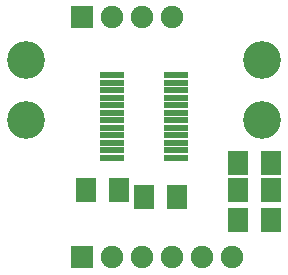
<source format=gts>
G04 DipTrace 3.0.0.2*
G04 TopMask.GTS*
%MOIN*%
G04 #@! TF.FileFunction,Soldermask,Top*
G04 #@! TF.Part,Single*
%ADD27R,0.07874X0.021654*%
%ADD29R,0.070866X0.07874*%
%ADD31C,0.074803*%
%ADD33R,0.074803X0.074803*%
%ADD35C,0.125984*%
%FSLAX26Y26*%
G04*
G70*
G90*
G75*
G01*
G04 TopMask*
%LPD*%
D35*
X470573Y1143701D3*
Y943701D3*
X1258073Y1143701D3*
Y943701D3*
D33*
X658073Y487451D3*
D31*
X758073D3*
X858073D3*
X958073D3*
X1058073D3*
X1158073D3*
D33*
X658073Y1287451D3*
D31*
X758073D3*
X858073D3*
X958073D3*
D29*
X670577Y712451D3*
X780814D3*
X864327Y687451D3*
X974563D3*
X1176820Y799953D3*
X1287056D3*
X1176820Y712451D3*
X1287056D3*
X1176820Y612450D3*
X1287056D3*
D27*
X758073Y1093701D3*
Y1068701D3*
Y1043701D3*
Y1018701D3*
Y993701D3*
Y968701D3*
Y943701D3*
Y918701D3*
Y893701D3*
Y868701D3*
Y843701D3*
Y818701D3*
X970680Y818681D3*
X970672Y843701D3*
Y868701D3*
Y893701D3*
Y918701D3*
Y943701D3*
Y968701D3*
Y993701D3*
Y1018701D3*
Y1043701D3*
Y1068701D3*
Y1093701D3*
M02*

</source>
